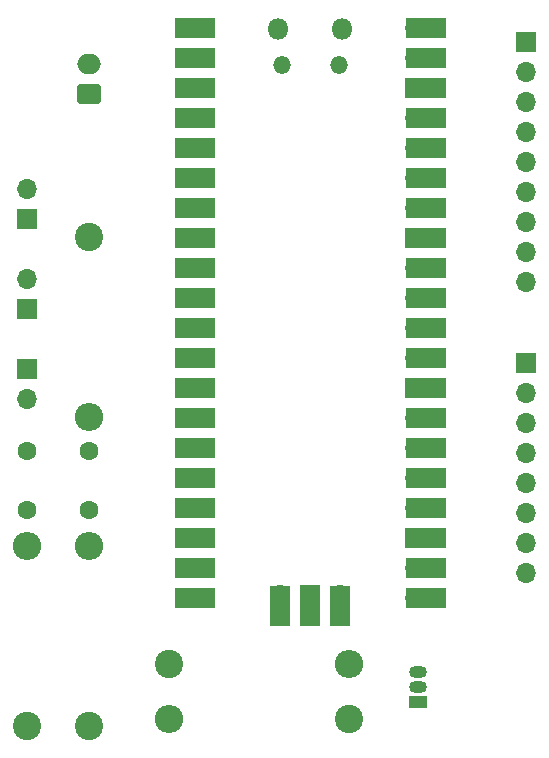
<source format=gbr>
%TF.GenerationSoftware,KiCad,Pcbnew,(6.0.7)*%
%TF.CreationDate,2023-03-31T20:18:19-04:00*%
%TF.ProjectId,mwap_circuit,6d776170-5f63-4697-9263-7569742e6b69,rev?*%
%TF.SameCoordinates,Original*%
%TF.FileFunction,Soldermask,Top*%
%TF.FilePolarity,Negative*%
%FSLAX46Y46*%
G04 Gerber Fmt 4.6, Leading zero omitted, Abs format (unit mm)*
G04 Created by KiCad (PCBNEW (6.0.7)) date 2023-03-31 20:18:19*
%MOMM*%
%LPD*%
G01*
G04 APERTURE LIST*
G04 Aperture macros list*
%AMRoundRect*
0 Rectangle with rounded corners*
0 $1 Rounding radius*
0 $2 $3 $4 $5 $6 $7 $8 $9 X,Y pos of 4 corners*
0 Add a 4 corners polygon primitive as box body*
4,1,4,$2,$3,$4,$5,$6,$7,$8,$9,$2,$3,0*
0 Add four circle primitives for the rounded corners*
1,1,$1+$1,$2,$3*
1,1,$1+$1,$4,$5*
1,1,$1+$1,$6,$7*
1,1,$1+$1,$8,$9*
0 Add four rect primitives between the rounded corners*
20,1,$1+$1,$2,$3,$4,$5,0*
20,1,$1+$1,$4,$5,$6,$7,0*
20,1,$1+$1,$6,$7,$8,$9,0*
20,1,$1+$1,$8,$9,$2,$3,0*%
G04 Aperture macros list end*
%ADD10R,3.500000X1.700000*%
%ADD11O,1.700000X1.700000*%
%ADD12R,1.700000X1.700000*%
%ADD13R,1.700000X3.500000*%
%ADD14O,1.800000X1.800000*%
%ADD15O,1.500000X1.500000*%
%ADD16C,2.400000*%
%ADD17O,2.400000X2.400000*%
%ADD18O,1.500000X1.050000*%
%ADD19R,1.500000X1.050000*%
%ADD20RoundRect,0.250000X0.750000X-0.600000X0.750000X0.600000X-0.750000X0.600000X-0.750000X-0.600000X0*%
%ADD21O,2.000000X1.700000*%
%ADD22C,1.600000*%
G04 APERTURE END LIST*
D10*
%TO.C,U1*%
X135505000Y-111905000D03*
D11*
X134605000Y-111905000D03*
X134605000Y-109365000D03*
D10*
X135505000Y-109365000D03*
X135505000Y-106825000D03*
D12*
X134605000Y-106825000D03*
D10*
X135505000Y-104285000D03*
D11*
X134605000Y-104285000D03*
D10*
X135505000Y-101745000D03*
D11*
X134605000Y-101745000D03*
D10*
X135505000Y-99205000D03*
D11*
X134605000Y-99205000D03*
X134605000Y-96665000D03*
D10*
X135505000Y-96665000D03*
D12*
X134605000Y-94125000D03*
D10*
X135505000Y-94125000D03*
D11*
X134605000Y-91585000D03*
D10*
X135505000Y-91585000D03*
D11*
X134605000Y-89045000D03*
D10*
X135505000Y-89045000D03*
X135505000Y-86505000D03*
D11*
X134605000Y-86505000D03*
X134605000Y-83965000D03*
D10*
X135505000Y-83965000D03*
D12*
X134605000Y-81425000D03*
D10*
X135505000Y-81425000D03*
X135505000Y-78885000D03*
D11*
X134605000Y-78885000D03*
X134605000Y-76345000D03*
D10*
X135505000Y-76345000D03*
D11*
X134605000Y-73805000D03*
D10*
X135505000Y-73805000D03*
D11*
X134605000Y-71265000D03*
D10*
X135505000Y-71265000D03*
D12*
X134605000Y-68725000D03*
D10*
X135505000Y-68725000D03*
X135505000Y-66185000D03*
D11*
X134605000Y-66185000D03*
D10*
X135505000Y-63645000D03*
D11*
X134605000Y-63645000D03*
D13*
X125715000Y-112575000D03*
D12*
X125715000Y-111675000D03*
D14*
X122990000Y-63775000D03*
X128440000Y-63775000D03*
D15*
X128140000Y-66805000D03*
X123290000Y-66805000D03*
D10*
X115925000Y-111905000D03*
D11*
X116825000Y-111905000D03*
X116825000Y-109365000D03*
D10*
X115925000Y-109365000D03*
X115925000Y-106825000D03*
D12*
X116825000Y-106825000D03*
D10*
X115925000Y-104285000D03*
D11*
X116825000Y-104285000D03*
D10*
X115925000Y-101745000D03*
D11*
X116825000Y-101745000D03*
D10*
X115925000Y-99205000D03*
D11*
X116825000Y-99205000D03*
D10*
X115925000Y-96665000D03*
D11*
X116825000Y-96665000D03*
D12*
X116825000Y-94125000D03*
D10*
X115925000Y-94125000D03*
D11*
X116825000Y-91585000D03*
D10*
X115925000Y-91585000D03*
X115925000Y-89045000D03*
D11*
X116825000Y-89045000D03*
X116825000Y-86505000D03*
D10*
X115925000Y-86505000D03*
D11*
X116825000Y-83965000D03*
D10*
X115925000Y-83965000D03*
X115925000Y-81425000D03*
D12*
X116825000Y-81425000D03*
D11*
X116825000Y-78885000D03*
D10*
X115925000Y-78885000D03*
X115925000Y-76345000D03*
D11*
X116825000Y-76345000D03*
D10*
X115925000Y-73805000D03*
D11*
X116825000Y-73805000D03*
D10*
X115925000Y-71265000D03*
D11*
X116825000Y-71265000D03*
D12*
X116825000Y-68725000D03*
D10*
X115925000Y-68725000D03*
X115925000Y-66185000D03*
D11*
X116825000Y-66185000D03*
X116825000Y-63645000D03*
D10*
X115925000Y-63645000D03*
D13*
X123175000Y-112575000D03*
D11*
X123175000Y-111675000D03*
D13*
X128255000Y-112575000D03*
D11*
X128255000Y-111675000D03*
%TD*%
D16*
%TO.C,RF1*%
X107000000Y-81380000D03*
D17*
X107000000Y-96620000D03*
%TD*%
D16*
%TO.C,RE1*%
X129000000Y-122150000D03*
D17*
X113760000Y-122150000D03*
%TD*%
D16*
%TO.C,RC1*%
X113760000Y-117500000D03*
D17*
X129000000Y-117500000D03*
%TD*%
D16*
%TO.C,R2*%
X101750000Y-122750000D03*
D17*
X101750000Y-107510000D03*
%TD*%
D16*
%TO.C,R1*%
X107000000Y-122750000D03*
D17*
X107000000Y-107510000D03*
%TD*%
D18*
%TO.C,Q1*%
X134850000Y-118230000D03*
X134850000Y-119500000D03*
D19*
X134850000Y-120770000D03*
%TD*%
D12*
%TO.C,J6*%
X101750000Y-92575000D03*
D11*
X101750000Y-95115000D03*
%TD*%
%TO.C,J5*%
X144000000Y-109780000D03*
X144000000Y-107240000D03*
X144000000Y-104700000D03*
X144000000Y-102160000D03*
X144000000Y-99620000D03*
X144000000Y-97080000D03*
X144000000Y-94540000D03*
D12*
X144000000Y-92000000D03*
%TD*%
%TO.C,J4*%
X144000000Y-64850000D03*
D11*
X144000000Y-67390000D03*
X144000000Y-69930000D03*
X144000000Y-72470000D03*
X144000000Y-75010000D03*
X144000000Y-77550000D03*
X144000000Y-80090000D03*
X144000000Y-82630000D03*
X144000000Y-85170000D03*
%TD*%
%TO.C,J3*%
X101750000Y-77285000D03*
D12*
X101750000Y-79825000D03*
%TD*%
%TO.C,J2*%
X101750000Y-87475000D03*
D11*
X101750000Y-84935000D03*
%TD*%
D20*
%TO.C,J1*%
X107000000Y-69250000D03*
D21*
X107000000Y-66750000D03*
%TD*%
D22*
%TO.C,CF2*%
X107000000Y-99500000D03*
X107000000Y-104500000D03*
%TD*%
%TO.C,CF1*%
X101750000Y-104500000D03*
X101750000Y-99500000D03*
%TD*%
M02*

</source>
